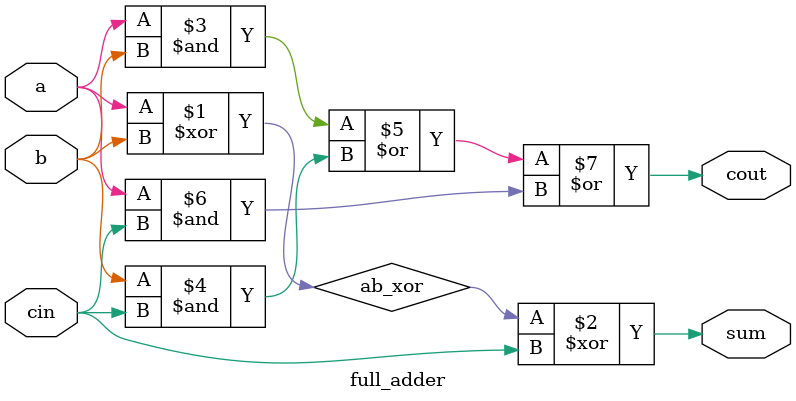
<source format=v>
module full_adder (
    input  wire a,
    input  wire b,
    input  wire cin,
    output wire sum,
    output wire cout
);
    wire ab_xor;
    assign ab_xor = a ^ b;
    assign sum = ab_xor ^ cin;
    assign cout = (a & b) | (b & cin) | (a & cin);
endmodule

</source>
